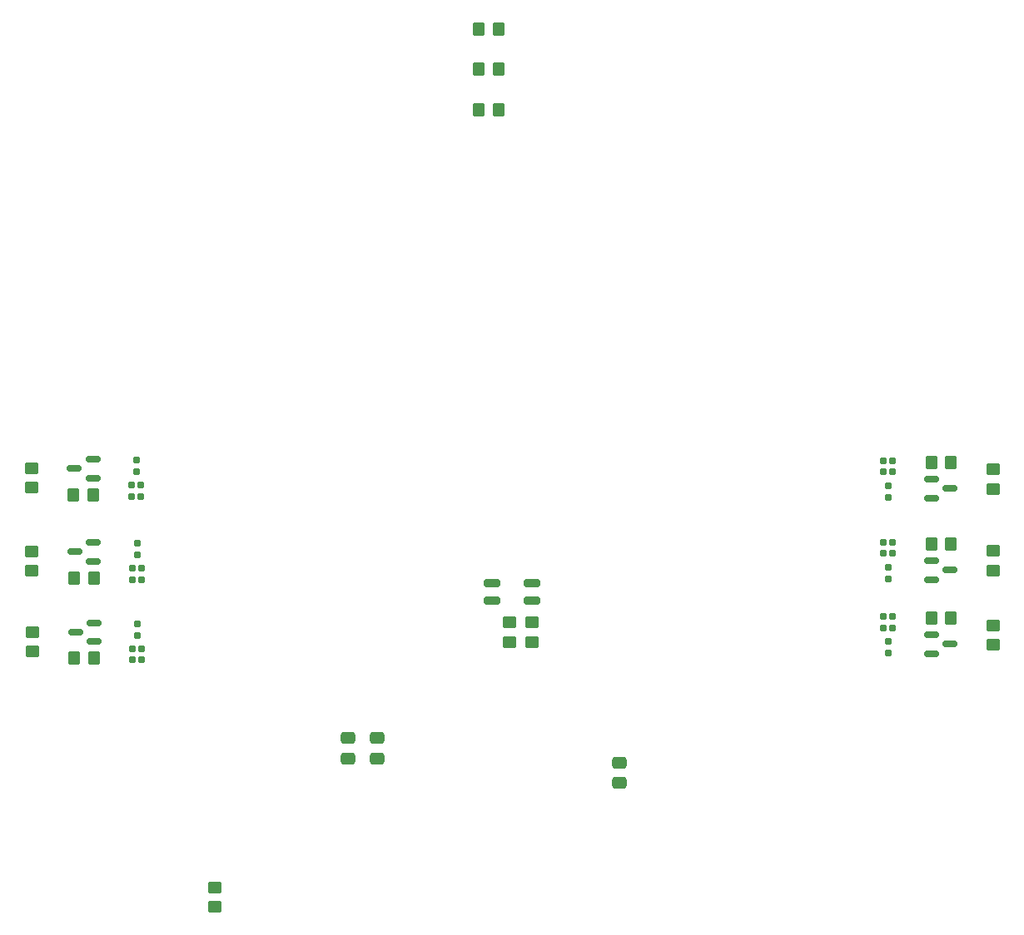
<source format=gbr>
%TF.GenerationSoftware,KiCad,Pcbnew,9.0.5*%
%TF.CreationDate,2025-10-14T17:43:45-03:00*%
%TF.ProjectId,RvMeg_V2,52764d65-675f-4563-922e-6b696361645f,V2.0*%
%TF.SameCoordinates,Original*%
%TF.FileFunction,Paste,Bot*%
%TF.FilePolarity,Positive*%
%FSLAX46Y46*%
G04 Gerber Fmt 4.6, Leading zero omitted, Abs format (unit mm)*
G04 Created by KiCad (PCBNEW 9.0.5) date 2025-10-14 17:43:45*
%MOMM*%
%LPD*%
G01*
G04 APERTURE LIST*
G04 Aperture macros list*
%AMRoundRect*
0 Rectangle with rounded corners*
0 $1 Rounding radius*
0 $2 $3 $4 $5 $6 $7 $8 $9 X,Y pos of 4 corners*
0 Add a 4 corners polygon primitive as box body*
4,1,4,$2,$3,$4,$5,$6,$7,$8,$9,$2,$3,0*
0 Add four circle primitives for the rounded corners*
1,1,$1+$1,$2,$3*
1,1,$1+$1,$4,$5*
1,1,$1+$1,$6,$7*
1,1,$1+$1,$8,$9*
0 Add four rect primitives between the rounded corners*
20,1,$1+$1,$2,$3,$4,$5,0*
20,1,$1+$1,$4,$5,$6,$7,0*
20,1,$1+$1,$6,$7,$8,$9,0*
20,1,$1+$1,$8,$9,$2,$3,0*%
G04 Aperture macros list end*
%ADD10RoundRect,0.155000X0.155000X-0.212500X0.155000X0.212500X-0.155000X0.212500X-0.155000X-0.212500X0*%
%ADD11RoundRect,0.250000X-0.350000X-0.450000X0.350000X-0.450000X0.350000X0.450000X-0.350000X0.450000X0*%
%ADD12RoundRect,0.160000X0.160000X-0.197500X0.160000X0.197500X-0.160000X0.197500X-0.160000X-0.197500X0*%
%ADD13RoundRect,0.150000X-0.587500X-0.150000X0.587500X-0.150000X0.587500X0.150000X-0.587500X0.150000X0*%
%ADD14RoundRect,0.250000X-0.450000X0.350000X-0.450000X-0.350000X0.450000X-0.350000X0.450000X0.350000X0*%
%ADD15RoundRect,0.160000X-0.160000X0.197500X-0.160000X-0.197500X0.160000X-0.197500X0.160000X0.197500X0*%
%ADD16RoundRect,0.150000X0.587500X0.150000X-0.587500X0.150000X-0.587500X-0.150000X0.587500X-0.150000X0*%
%ADD17RoundRect,0.250000X0.350000X0.450000X-0.350000X0.450000X-0.350000X-0.450000X0.350000X-0.450000X0*%
%ADD18RoundRect,0.155000X-0.155000X0.212500X-0.155000X-0.212500X0.155000X-0.212500X0.155000X0.212500X0*%
%ADD19RoundRect,0.250000X0.450000X-0.350000X0.450000X0.350000X-0.450000X0.350000X-0.450000X-0.350000X0*%
%ADD20RoundRect,0.250000X0.475000X-0.337500X0.475000X0.337500X-0.475000X0.337500X-0.475000X-0.337500X0*%
%ADD21RoundRect,0.197500X-0.632500X0.197500X-0.632500X-0.197500X0.632500X-0.197500X0.632500X0.197500X0*%
G04 APERTURE END LIST*
D10*
%TO.C,CS8*%
X186150000Y-111492500D03*
X186150000Y-110357500D03*
%TD*%
D11*
%TO.C,RS10*%
X191024998Y-110524999D03*
X193024998Y-110524999D03*
%TD*%
D12*
%TO.C,RS12*%
X186625000Y-114072500D03*
X186625000Y-112877500D03*
%TD*%
D13*
%TO.C,MOSFET-N4*%
X191037500Y-114125000D03*
X191037500Y-112225000D03*
X192912501Y-113175000D03*
%TD*%
D14*
%TO.C,RS8*%
X197300000Y-111233438D03*
X197300000Y-113233438D03*
%TD*%
D10*
%TO.C,CS7*%
X187075000Y-111492499D03*
X187075000Y-110357499D03*
%TD*%
D15*
%TO.C,RS12*%
X110274999Y-111067499D03*
X110274999Y-112262499D03*
%TD*%
D16*
%TO.C,MOSFET-N4*%
X105862499Y-111014999D03*
X105862499Y-112914999D03*
X103987498Y-111964999D03*
%TD*%
D17*
%TO.C,RS10*%
X105875001Y-114615000D03*
X103875001Y-114615000D03*
%TD*%
D18*
%TO.C,CS7*%
X109824999Y-113647500D03*
X109824999Y-114782500D03*
%TD*%
%TO.C,CS8*%
X110749999Y-113647499D03*
X110749999Y-114782499D03*
%TD*%
D19*
%TO.C,RS8*%
X99599999Y-113906561D03*
X99599999Y-111906561D03*
%TD*%
D14*
%TO.C,RS8*%
X197300000Y-103683438D03*
X197300000Y-105683438D03*
%TD*%
D13*
%TO.C,MOSFET-N4*%
X191037500Y-106575000D03*
X191037500Y-104675000D03*
X192912501Y-105625000D03*
%TD*%
D10*
%TO.C,CS7*%
X187075000Y-103942499D03*
X187075000Y-102807499D03*
%TD*%
D12*
%TO.C,RS12*%
X186625000Y-106522500D03*
X186625000Y-105327500D03*
%TD*%
D11*
%TO.C,RS10*%
X191024998Y-102974999D03*
X193024998Y-102974999D03*
%TD*%
D10*
%TO.C,CS8*%
X186150000Y-103942500D03*
X186150000Y-102807500D03*
%TD*%
D12*
%TO.C,RS12*%
X186645078Y-98227578D03*
X186645078Y-97032578D03*
%TD*%
D13*
%TO.C,MOSFET-N4*%
X191057578Y-98280078D03*
X191057578Y-96380078D03*
X192932579Y-97330078D03*
%TD*%
D11*
%TO.C,RS10*%
X191045076Y-94680077D03*
X193045076Y-94680077D03*
%TD*%
D10*
%TO.C,CS7*%
X187095078Y-95647577D03*
X187095078Y-94512577D03*
%TD*%
%TO.C,CS8*%
X186170078Y-95647578D03*
X186170078Y-94512578D03*
%TD*%
D14*
%TO.C,RS8*%
X197320078Y-95388516D03*
X197320078Y-97388516D03*
%TD*%
D15*
%TO.C,RS12*%
X110254921Y-102872421D03*
X110254921Y-104067421D03*
%TD*%
D16*
%TO.C,MOSFET-N4*%
X105842421Y-102819921D03*
X105842421Y-104719921D03*
X103967420Y-103769921D03*
%TD*%
D17*
%TO.C,RS10*%
X105854923Y-106419922D03*
X103854923Y-106419922D03*
%TD*%
D18*
%TO.C,CS7*%
X109804921Y-105452422D03*
X109804921Y-106587422D03*
%TD*%
%TO.C,CS8*%
X110729921Y-105452421D03*
X110729921Y-106587421D03*
%TD*%
D19*
%TO.C,RS8*%
X99579921Y-105711483D03*
X99579921Y-103711483D03*
%TD*%
D15*
%TO.C,RS12*%
X110180000Y-94402833D03*
X110180000Y-95597833D03*
%TD*%
D19*
%TO.C,RS8*%
X99505000Y-97241895D03*
X99505000Y-95241895D03*
%TD*%
D18*
%TO.C,CS7*%
X109730000Y-96982834D03*
X109730000Y-98117834D03*
%TD*%
%TO.C,CS8*%
X110655000Y-96982833D03*
X110655000Y-98117833D03*
%TD*%
D16*
%TO.C,MOSFET-N4*%
X105767500Y-94350333D03*
X105767500Y-96250333D03*
X103892499Y-95300333D03*
%TD*%
D17*
%TO.C,RS10*%
X105780002Y-97950334D03*
X103780002Y-97950334D03*
%TD*%
D19*
%TO.C,R11*%
X118150000Y-139900000D03*
X118150000Y-137900000D03*
%TD*%
%TO.C,R25*%
X148125000Y-112925000D03*
X148125000Y-110925000D03*
%TD*%
D20*
%TO.C,C25*%
X159350000Y-127287500D03*
X159350000Y-125212500D03*
%TD*%
D11*
%TO.C,R12*%
X145000000Y-58750000D03*
X147000000Y-58750000D03*
%TD*%
D20*
%TO.C,C19*%
X134650000Y-124787500D03*
X134650000Y-122712500D03*
%TD*%
%TO.C,C18*%
X131700000Y-124787500D03*
X131700000Y-122712500D03*
%TD*%
D11*
%TO.C,R13*%
X145000000Y-54650000D03*
X147000000Y-54650000D03*
%TD*%
%TO.C,R14*%
X145000000Y-50550000D03*
X147000000Y-50550000D03*
%TD*%
D21*
%TO.C,U6*%
X146400000Y-106937500D03*
X150400000Y-106937500D03*
X150400000Y-108737500D03*
X146400000Y-108737500D03*
%TD*%
D14*
%TO.C,R26*%
X150400000Y-110925000D03*
X150400000Y-112925000D03*
%TD*%
M02*

</source>
